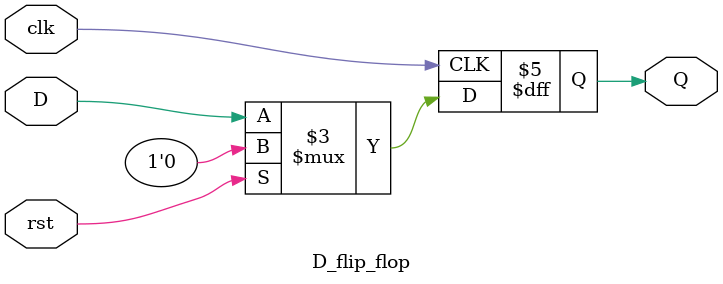
<source format=v>
module D_flip_flop (
    input wire D,         // Data input
    input wire clk,       // Clock input
    input wire rst,       // Reset input (active low)
    output reg Q          // Output (latched state)
);

    always @(posedge clk) begin
        if (rst)
            Q <= 0;      // Asynchronous reset
        else
            Q <= D;      // On rising clock edge, latch D into Q
    end

endmodule

</source>
